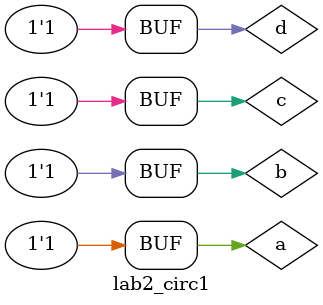
<source format=v>
module lab2_circ1;
    reg  a, b, c, d;
    wire p, q, r, s;
    
    and_i3 g0( p,  b, ~c, ~d);
    and_i3 g1( q, ~b, ~c,  d);
    and_i3 g2( r, ~a,  b,  c);
    or_i3  g3( s,  p,  q,  r);
    
    initial begin
        $monitor("%b %b %b %b = %b", a, b, c, d, s);
        
        a = 0; b = 0; c = 0; d = 0;
        #5 a = 0; b = 0; c = 0; d = 1;
        #5 a = 0; b = 0; c = 1; d = 0;
        #5 a = 0; b = 0; c = 1; d = 1;
        #5 a = 0; b = 1; c = 0; d = 0;
        #5 a = 0; b = 1; c = 0; d = 1;
        #5 a = 0; b = 1; c = 1; d = 0;
        #5 a = 0; b = 1; c = 1; d = 1;
        #5 a = 1; b = 0; c = 0; d = 0;
        #5 a = 1; b = 0; c = 0; d = 1;
        #5 a = 1; b = 0; c = 1; d = 0;
        #5 a = 1; b = 0; c = 1; d = 1;
        #5 a = 1; b = 1; c = 0; d = 0;
        #5 a = 1; b = 1; c = 0; d = 1;
        #5 a = 1; b = 1; c = 1; d = 0;
        #5 a = 1; b = 1; c = 1; d = 1;
        
    end
endmodule
        
        
    
    

</source>
